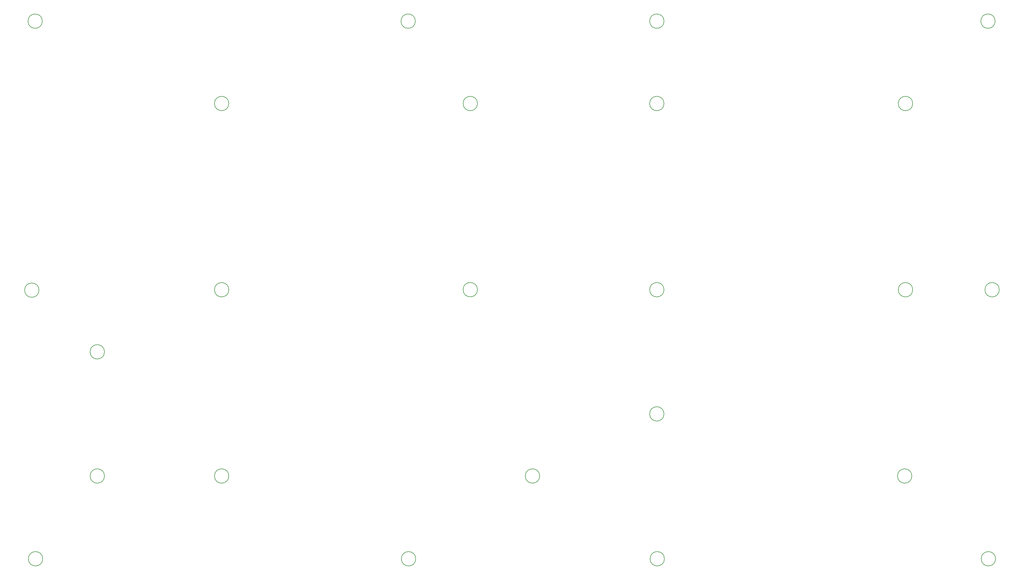
<source format=gbr>
%TF.GenerationSoftware,KiCad,Pcbnew,(6.0.0)*%
%TF.CreationDate,2023-01-05T23:03:01-06:00*%
%TF.ProjectId,Ortholith Top Plate (3D Printed Base),4f727468-6f6c-4697-9468-20546f702050,rev?*%
%TF.SameCoordinates,Original*%
%TF.FileFunction,Other,Comment*%
%FSLAX46Y46*%
G04 Gerber Fmt 4.6, Leading zero omitted, Abs format (unit mm)*
G04 Created by KiCad (PCBNEW (6.0.0)) date 2023-01-05 23:03:01*
%MOMM*%
%LPD*%
G01*
G04 APERTURE LIST*
%ADD10C,0.150000*%
G04 APERTURE END LIST*
D10*
%TO.C,Ref\u002A\u002A*%
X356403000Y-134620000D02*
G75*
G03*
X356403000Y-134620000I-2200000J0D01*
G01*
X62144000Y-134747000D02*
G75*
G03*
X62144000Y-134747000I-2200000J0D01*
G01*
X177587000Y-217170000D02*
G75*
G03*
X177587000Y-217170000I-2200000J0D01*
G01*
X253787000Y-217170000D02*
G75*
G03*
X253787000Y-217170000I-2200000J0D01*
G01*
X63287000Y-217170000D02*
G75*
G03*
X63287000Y-217170000I-2200000J0D01*
G01*
X355260000Y-217170000D02*
G75*
G03*
X355260000Y-217170000I-2200000J0D01*
G01*
X253660000Y-52197000D02*
G75*
G03*
X253660000Y-52197000I-2200000J0D01*
G01*
X177460000Y-52197000D02*
G75*
G03*
X177460000Y-52197000I-2200000J0D01*
G01*
X355133000Y-52197000D02*
G75*
G03*
X355133000Y-52197000I-2200000J0D01*
G01*
X63160000Y-52197000D02*
G75*
G03*
X63160000Y-52197000I-2200000J0D01*
G01*
X253660000Y-134620000D02*
G75*
G03*
X253660000Y-134620000I-2200000J0D01*
G01*
X329860000Y-134620000D02*
G75*
G03*
X329860000Y-134620000I-2200000J0D01*
G01*
X329860000Y-77470000D02*
G75*
G03*
X329860000Y-77470000I-2200000J0D01*
G01*
X253660000Y-77470000D02*
G75*
G03*
X253660000Y-77470000I-2200000J0D01*
G01*
X196510000Y-77470000D02*
G75*
G03*
X196510000Y-77470000I-2200000J0D01*
G01*
X196504374Y-134592986D02*
G75*
G03*
X196504374Y-134592986I-2200000J0D01*
G01*
X120310000Y-77470000D02*
G75*
G03*
X120310000Y-77470000I-2200000J0D01*
G01*
X120310000Y-134620000D02*
G75*
G03*
X120310000Y-134620000I-2200000J0D01*
G01*
X253660000Y-172720000D02*
G75*
G03*
X253660000Y-172720000I-2200000J0D01*
G01*
X329606000Y-191770000D02*
G75*
G03*
X329606000Y-191770000I-2200000J0D01*
G01*
X215560000Y-191770000D02*
G75*
G03*
X215560000Y-191770000I-2200000J0D01*
G01*
X120310000Y-191770000D02*
G75*
G03*
X120310000Y-191770000I-2200000J0D01*
G01*
X82210000Y-191770000D02*
G75*
G03*
X82210000Y-191770000I-2200000J0D01*
G01*
X82210000Y-153670000D02*
G75*
G03*
X82210000Y-153670000I-2200000J0D01*
G01*
%TD*%
M02*

</source>
